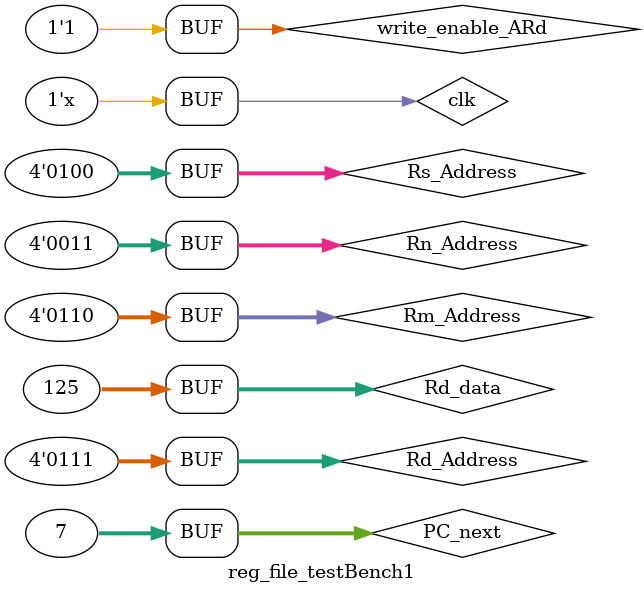
<source format=sv>
module reg_file_testBench1();
logic clk = 0;
logic write_enable_ARd = 0;
logic [3:0] Rn_Address = 0;
logic [3:0] Rs_Address = 0;
logic [3:0] Rm_Address = 0;
logic [3:0] Rd_Address = 0;
logic [31:0] Rn, Rs, Rm, Rd, Rd_data, PC_out, PC_next;

reg_file_test1 n1 (clk, write_enable_ARd, Rn_Address, Rs_Address, Rm_Address, Rd_Address, d_data, Rn, Rs, Rm, Rd, PC_out, PC_next);

always begin 
 #1 clk = ~clk;
end

initial begin
	#100 
	Rn_Address = 3;
	Rs_Address = 4;
	Rm_Address = 5;
	Rd_Address = 6;
	Rd_data = 173;
	PC_next = 4;
	Rd_data = 34;
	write_enable_ARd = 1; // enable

	#100 
	Rd_data = 38;
	PC_next = 5;
	Rm_Address = 6;
	Rd_Address = 3;
	write_enable_ARd = 0; // disable

	#100 
	write_enable_ARd = 1; // enable
	
	#100
	PC_next = 6;
	Rd_Address = 4;
	Rd_data = 103;
	write_enable_ARd = 1; // enable

	#100
	Rd_data = 125;
	PC_next = 7;
	Rd_Address = 7;

end

endmodule
</source>
